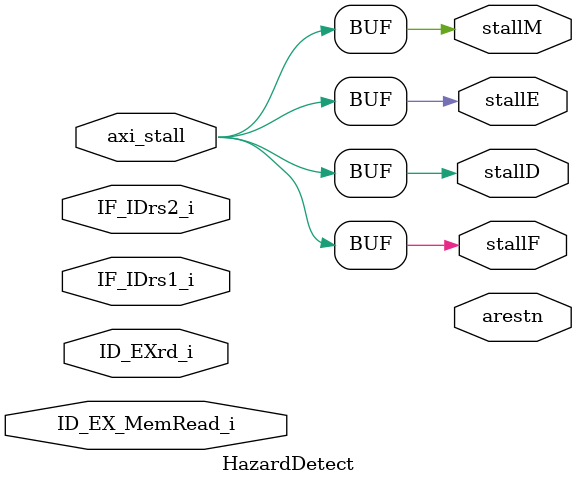
<source format=v>
module HazardDetect(
    input ID_EX_MemRead_i,axi_stall,
    input [4:0] IF_IDrs1_i, IF_IDrs2_i, ID_EXrd_i,
    // output Hazard_o,
    // output  reg stallF, stallD,arestn,
    output   stallF, stallD,arestn,
    output  stallE, stallM
    // output wire flushF, flushD, flushE, flushM, flushW
);



// assign Hazard_o = ((ID_EX_MemRead_i && (ID_EXrd_i == IF_IDrs1_i || ID_EXrd_i == IF_IDrs2_i))? 1'b1 : 1'b0);
// always @(*) begin
    
    
//     if(ID_EX_MemRead_i && (ID_EXrd_i == IF_IDrs1_i || ID_EXrd_i == IF_IDrs2_i))
//     begin
//         stallF = 1'b1;
//         stallD = 1'b1;
//         arestn = 1'b1;
//     end
//     else begin
//         stallF = axi_stall;
//         stallD = axi_stall;
//     end
// end
assign stallF = axi_stall;
assign stallD = axi_stall;
assign stallE = axi_stall;
assign stallM = axi_stall;
endmodule

</source>
